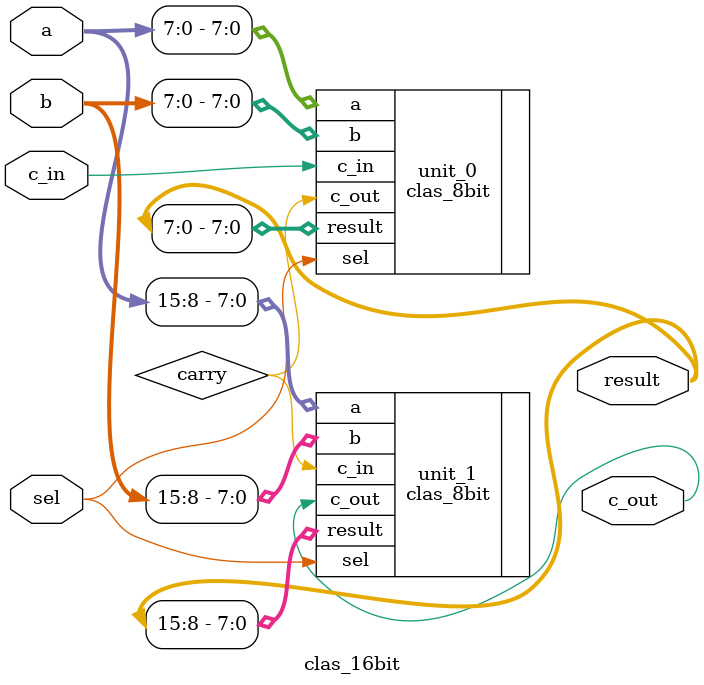
<source format=v>
module clas_16bit(sel, a, b, result, c_in, c_out);
    input sel;
    input c_in;
    input [15:0] a,b;
    output [15:0] result;
    output c_out;

    wire carry;

    clas_8bit unit_0(
        .a(a[7:0]),
        .b(b[7:0]),
        .sel(sel),
        .result(result[7:0]),
        .c_in(c_in),
        .c_out(carry)
    );

    clas_8bit unit_1(
        .a(a[15:8]),
        .b(b[15:8]),
        .sel(sel),
        .result(result[15:8]),
        .c_in(carry),
        .c_out(c_out)
    );
endmodule
</source>
